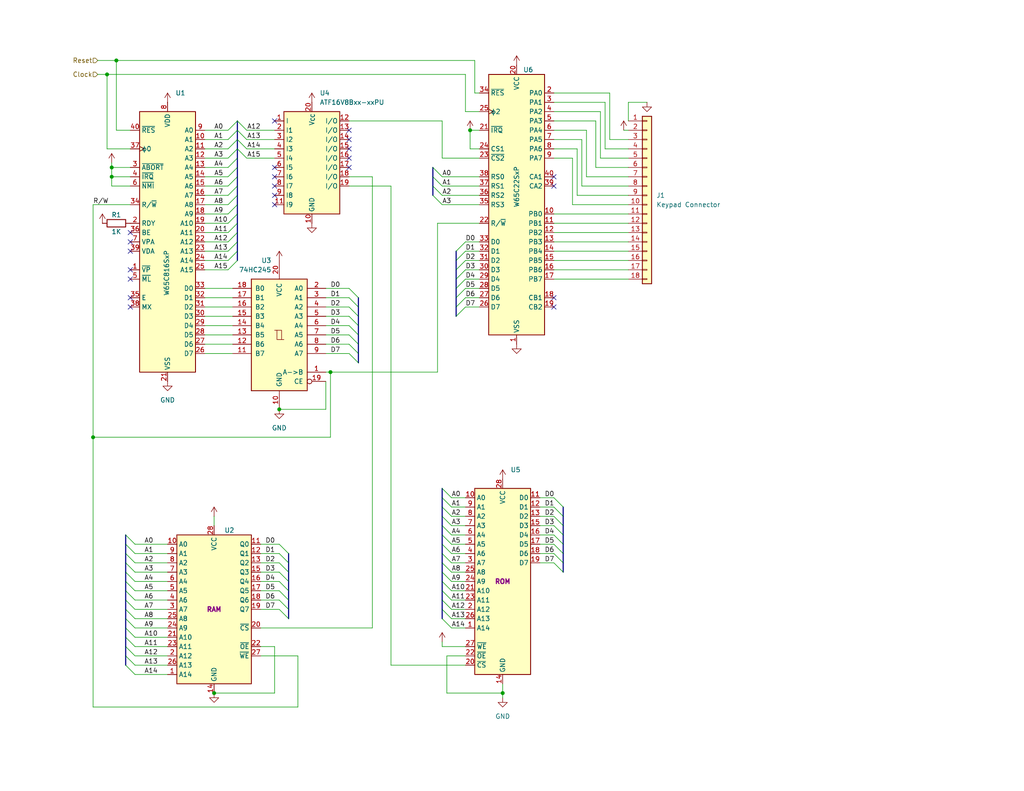
<source format=kicad_sch>
(kicad_sch (version 20250114) (generator "eeschema") (generator_version "9.0")
  (paper "USLetter")
  (title_block (title "65C816 Computer") (date "2025-11-18") (rev "4") (comment 1 "IRQ support TBD") (comment 2 "Assume ~1MHz clock"))
  (lib_symbols
    (symbol "74xx:74HC245" (pin_names (offset 1.016))
      (property "Reference" "U" (at -7.62 16.51 0))
      (property "Value" "74HC245" (at -7.62 -16.51 0))
      (symbol "74HC245_1_0"
        (polyline (pts (xy -1.27 -1.27) (xy 0.635 -1.27) (xy 0.635 1.27) (xy 1.27 1.27)))
        (polyline (pts (xy -0.635 -1.27) (xy -0.635 1.27) (xy 0.635 1.27)))
        (pin tri_state line (at -12.7 12.7 0) (length 5.08) (name "A0") (number "2"))
        (pin tri_state line (at -12.7 10.16 0) (length 5.08) (name "A1") (number "3"))
        (pin tri_state line (at -12.7 7.62 0) (length 5.08) (name "A2") (number "4"))
        (pin tri_state line (at -12.7 5.08 0) (length 5.08) (name "A3") (number "5"))
        (pin tri_state line (at -12.7 2.54 0) (length 5.08) (name "A4") (number "6"))
        (pin tri_state line (at -12.7 0 0) (length 5.08) (name "A5") (number "7"))
        (pin tri_state line (at -12.7 -2.54 0) (length 5.08) (name "A6") (number "8"))
        (pin tri_state line (at -12.7 -5.08 0) (length 5.08) (name "A7") (number "9"))
        (pin input line (at -12.7 -10.16 0) (length 5.08) (name "A->B") (number "1"))
        (pin input inverted (at -12.7 -12.7 0) (length 5.08) (name "CE") (number "19"))
        (pin power_in line (at 0 20.32 270) (length 5.08) (name "VCC") (number "20"))
        (pin power_in line (at 0 -20.32 90) (length 5.08) (name "GND") (number "10"))
        (pin tri_state line (at 12.7 12.7 180) (length 5.08) (name "B0") (number "18"))
        (pin tri_state line (at 12.7 10.16 180) (length 5.08) (name "B1") (number "17"))
        (pin tri_state line (at 12.7 7.62 180) (length 5.08) (name "B2") (number "16"))
        (pin tri_state line (at 12.7 5.08 180) (length 5.08) (name "B3") (number "15"))
        (pin tri_state line (at 12.7 2.54 180) (length 5.08) (name "B4") (number "14"))
        (pin tri_state line (at 12.7 0 180) (length 5.08) (name "B5") (number "13"))
        (pin tri_state line (at 12.7 -2.54 180) (length 5.08) (name "B6") (number "12"))
        (pin tri_state line (at 12.7 -5.08 180) (length 5.08) (name "B7") (number "11"))
      )
      (symbol "74HC245_1_1"
        (rectangle (start -7.62 15.24) (end 7.62 -15.24) (stroke (width 0.254)) (fill (type background)))
      )
    )
    (symbol "Connector_Generic:Conn_01x18" (pin_names (offset 1.016) (hide yes))
      (property "Reference" "J" (at 0 22.86 0))
      (property "Value" "Conn_01x18" (at 0 -25.4 0))
      (symbol "Conn_01x18_1_1"
        (rectangle (start -1.27 21.59) (end 1.27 -24.13) (stroke (width 0.254)) (fill (type background)))
        (rectangle (start -1.27 20.447) (end 0 20.193) (stroke (width 0.1524)))
        (rectangle (start -1.27 17.907) (end 0 17.653) (stroke (width 0.1524)))
        (rectangle (start -1.27 15.367) (end 0 15.113) (stroke (width 0.1524)))
        (rectangle (start -1.27 12.827) (end 0 12.573) (stroke (width 0.1524)))
        (rectangle (start -1.27 10.287) (end 0 10.033) (stroke (width 0.1524)))
        (rectangle (start -1.27 7.747) (end 0 7.493) (stroke (width 0.1524)))
        (rectangle (start -1.27 5.207) (end 0 4.953) (stroke (width 0.1524)))
        (rectangle (start -1.27 2.667) (end 0 2.413) (stroke (width 0.1524)))
        (rectangle (start -1.27 0.127) (end 0 -0.127) (stroke (width 0.1524)))
        (rectangle (start -1.27 -2.413) (end 0 -2.667) (stroke (width 0.1524)))
        (rectangle (start -1.27 -4.953) (end 0 -5.207) (stroke (width 0.1524)))
        (rectangle (start -1.27 -7.493) (end 0 -7.747) (stroke (width 0.1524)))
        (rectangle (start -1.27 -10.033) (end 0 -10.287) (stroke (width 0.1524)))
        (rectangle (start -1.27 -12.573) (end 0 -12.827) (stroke (width 0.1524)))
        (rectangle (start -1.27 -15.113) (end 0 -15.367) (stroke (width 0.1524)))
        (rectangle (start -1.27 -17.653) (end 0 -17.907) (stroke (width 0.1524)))
        (rectangle (start -1.27 -20.193) (end 0 -20.447) (stroke (width 0.1524)))
        (rectangle (start -1.27 -22.733) (end 0 -22.987) (stroke (width 0.1524)))
        (pin passive line (at -5.08 20.32 0) (length 3.81) (name "Pin_1") (number "1"))
        (pin passive line (at -5.08 17.78 0) (length 3.81) (name "Pin_2") (number "2"))
        (pin passive line (at -5.08 15.24 0) (length 3.81) (name "Pin_3") (number "3"))
        (pin passive line (at -5.08 12.7 0) (length 3.81) (name "Pin_4") (number "4"))
        (pin passive line (at -5.08 10.16 0) (length 3.81) (name "Pin_5") (number "5"))
        (pin passive line (at -5.08 7.62 0) (length 3.81) (name "Pin_6") (number "6"))
        (pin passive line (at -5.08 5.08 0) (length 3.81) (name "Pin_7") (number "7"))
        (pin passive line (at -5.08 2.54 0) (length 3.81) (name "Pin_8") (number "8"))
        (pin passive line (at -5.08 0 0) (length 3.81) (name "Pin_9") (number "9"))
        (pin passive line (at -5.08 -2.54 0) (length 3.81) (name "Pin_10") (number "10"))
        (pin passive line (at -5.08 -5.08 0) (length 3.81) (name "Pin_11") (number "11"))
        (pin passive line (at -5.08 -7.62 0) (length 3.81) (name "Pin_12") (number "12"))
        (pin passive line (at -5.08 -10.16 0) (length 3.81) (name "Pin_13") (number "13"))
        (pin passive line (at -5.08 -12.7 0) (length 3.81) (name "Pin_14") (number "14"))
        (pin passive line (at -5.08 -15.24 0) (length 3.81) (name "Pin_15") (number "15"))
        (pin passive line (at -5.08 -17.78 0) (length 3.81) (name "Pin_16") (number "16"))
        (pin passive line (at -5.08 -20.32 0) (length 3.81) (name "Pin_17") (number "17"))
        (pin passive line (at -5.08 -22.86 0) (length 3.81) (name "Pin_18") (number "18"))
      )
    )
    (symbol "Device:R" (pin_numbers (hide yes)) (pin_names (offset 0))
      (property "Reference" "R" (at 2.032 0 90))
      (property "Value" "R" (at 0 0 90))
      (symbol "R_0_1"
        (rectangle (start -1.016 -2.54) (end 1.016 2.54) (stroke (width 0.254)))
      )
      (symbol "R_1_1"
        (pin passive line (at 0 3.81 270) (length 1.27) (name "~") (number "1"))
        (pin passive line (at 0 -3.81 90) (length 1.27) (name "~") (number "2"))
      )
    )
    (symbol "Logic_Programmable:ATF16V8Bxx-xxPU"
      (property "Reference" "U" (at -7.366 16.764 0))
      (property "Value" "ATF16V8Bxx-xxPU" (at 1.27 16.764 0))
      (symbol "ATF16V8Bxx-xxPU_0_0"
        (pin power_in line (at 0 -15.24 90) (length 2.54) (name "GND") (number "10"))
      )
      (symbol "ATF16V8Bxx-xxPU_0_1"
        (rectangle (start -7.62 15.24) (end 7.62 -12.7) (stroke (width 0.254)) (fill (type background)))
      )
      (symbol "ATF16V8Bxx-xxPU_1_0"
        (pin power_in line (at 0 17.78 270) (length 2.54) (name "V_{CC}") (number "20"))
      )
      (symbol "ATF16V8Bxx-xxPU_1_1"
        (pin input line (at -10.16 12.7 0) (length 2.54) (name "I") (number "1"))
        (pin input line (at -10.16 10.16 0) (length 2.54) (name "I1") (number "2"))
        (pin input line (at -10.16 7.62 0) (length 2.54) (name "I2") (number "3"))
        (pin input line (at -10.16 5.08 0) (length 2.54) (name "I3") (number "4"))
        (pin input line (at -10.16 2.54 0) (length 2.54) (name "I4") (number "5"))
        (pin input line (at -10.16 0 0) (length 2.54) (name "I5") (number "6"))
        (pin input line (at -10.16 -2.54 0) (length 2.54) (name "I6") (number "7"))
        (pin input line (at -10.16 -5.08 0) (length 2.54) (name "I7") (number "8"))
        (pin input line (at -10.16 -7.62 0) (length 2.54) (name "I8") (number "9"))
        (pin input line (at -10.16 -10.16 0) (length 2.54) (name "I9") (number "11"))
        (pin bidirectional line (at 10.16 12.7 180) (length 2.54) (name "I/O") (number "12"))
        (pin bidirectional line (at 10.16 10.16 180) (length 2.54) (name "I/O") (number "13"))
        (pin bidirectional line (at 10.16 7.62 180) (length 2.54) (name "I/O") (number "14"))
        (pin bidirectional line (at 10.16 5.08 180) (length 2.54) (name "I/O") (number "15"))
        (pin bidirectional line (at 10.16 2.54 180) (length 2.54) (name "I/O") (number "16"))
        (pin bidirectional line (at 10.16 0 180) (length 2.54) (name "I/O") (number "17"))
        (pin bidirectional line (at 10.16 -2.54 180) (length 2.54) (name "I/O") (number "18"))
        (pin bidirectional line (at 10.16 -5.08 180) (length 2.54) (name "I/O") (number "19"))
      )
    )
    (symbol "Memory_EEPROM:28C256"
      (property "Reference" "U" (at -7.62 26.67 0))
      (property "Value" "28C256" (at 2.54 -26.67 0))
      (symbol "28C256_1_1"
        (rectangle (start -7.62 25.4) (end 7.62 -25.4) (stroke (width 0.254)) (fill (type background)))
        (pin input line (at -10.16 22.86 0) (length 2.54) (name "A0") (number "10"))
        (pin input line (at -10.16 20.32 0) (length 2.54) (name "A1") (number "9"))
        (pin input line (at -10.16 17.78 0) (length 2.54) (name "A2") (number "8"))
        (pin input line (at -10.16 15.24 0) (length 2.54) (name "A3") (number "7"))
        (pin input line (at -10.16 12.7 0) (length 2.54) (name "A4") (number "6"))
        (pin input line (at -10.16 10.16 0) (length 2.54) (name "A5") (number "5"))
        (pin input line (at -10.16 7.62 0) (length 2.54) (name "A6") (number "4"))
        (pin input line (at -10.16 5.08 0) (length 2.54) (name "A7") (number "3"))
        (pin input line (at -10.16 2.54 0) (length 2.54) (name "A8") (number "25"))
        (pin input line (at -10.16 0 0) (length 2.54) (name "A9") (number "24"))
        (pin input line (at -10.16 -2.54 0) (length 2.54) (name "A10") (number "21"))
        (pin input line (at -10.16 -5.08 0) (length 2.54) (name "A11") (number "23"))
        (pin input line (at -10.16 -7.62 0) (length 2.54) (name "A12") (number "2"))
        (pin input line (at -10.16 -10.16 0) (length 2.54) (name "A13") (number "26"))
        (pin input line (at -10.16 -12.7 0) (length 2.54) (name "A14") (number "1"))
        (pin input line (at -10.16 -17.78 0) (length 2.54) (name "~{WE}") (number "27"))
        (pin input line (at -10.16 -20.32 0) (length 2.54) (name "~{OE}") (number "22"))
        (pin input line (at -10.16 -22.86 0) (length 2.54) (name "~{CS}") (number "20"))
        (pin power_in line (at 0 27.94 270) (length 2.54) (name "VCC") (number "28"))
        (pin power_in line (at 0 -27.94 90) (length 2.54) (name "GND") (number "14"))
        (pin tri_state line (at 10.16 22.86 180) (length 2.54) (name "D0") (number "11"))
        (pin tri_state line (at 10.16 20.32 180) (length 2.54) (name "D1") (number "12"))
        (pin tri_state line (at 10.16 17.78 180) (length 2.54) (name "D2") (number "13"))
        (pin tri_state line (at 10.16 15.24 180) (length 2.54) (name "D3") (number "15"))
        (pin tri_state line (at 10.16 12.7 180) (length 2.54) (name "D4") (number "16"))
        (pin tri_state line (at 10.16 10.16 180) (length 2.54) (name "D5") (number "17"))
        (pin tri_state line (at 10.16 7.62 180) (length 2.54) (name "D6") (number "18"))
        (pin tri_state line (at 10.16 5.08 180) (length 2.54) (name "D7") (number "19"))
      )
    )
    (symbol "Memory_RAM:HM62256BLP"
      (property "Reference" "U" (at -10.16 20.955 0))
      (property "Value" "HM62256BLP" (at 2.54 20.955 0))
      (symbol "HM62256BLP_0_0"
        (pin power_in line (at 0 22.86 270) (length 2.54) (name "VCC") (number "28"))
        (pin power_in line (at 0 -22.86 90) (length 2.54) (name "GND") (number "14"))
      )
      (symbol "HM62256BLP_0_1"
        (rectangle (start -10.16 20.32) (end 10.16 -20.32) (stroke (width 0.254)) (fill (type background)))
      )
      (symbol "HM62256BLP_1_1"
        (pin input line (at -12.7 17.78 0) (length 2.54) (name "A0") (number "10"))
        (pin input line (at -12.7 15.24 0) (length 2.54) (name "A1") (number "9"))
        (pin input line (at -12.7 12.7 0) (length 2.54) (name "A2") (number "8"))
        (pin input line (at -12.7 10.16 0) (length 2.54) (name "A3") (number "7"))
        (pin input line (at -12.7 7.62 0) (length 2.54) (name "A4") (number "6"))
        (pin input line (at -12.7 5.08 0) (length 2.54) (name "A5") (number "5"))
        (pin input line (at -12.7 2.54 0) (length 2.54) (name "A6") (number "4"))
        (pin input line (at -12.7 0 0) (length 2.54) (name "A7") (number "3"))
        (pin input line (at -12.7 -2.54 0) (length 2.54) (name "A8") (number "25"))
        (pin input line (at -12.7 -5.08 0) (length 2.54) (name "A9") (number "24"))
        (pin input line (at -12.7 -7.62 0) (length 2.54) (name "A10") (number "21"))
        (pin input line (at -12.7 -10.16 0) (length 2.54) (name "A11") (number "23"))
        (pin input line (at -12.7 -12.7 0) (length 2.54) (name "A12") (number "2"))
        (pin input line (at -12.7 -15.24 0) (length 2.54) (name "A13") (number "26"))
        (pin input line (at -12.7 -17.78 0) (length 2.54) (name "A14") (number "1"))
        (pin tri_state line (at 12.7 17.78 180) (length 2.54) (name "Q0") (number "11"))
        (pin tri_state line (at 12.7 15.24 180) (length 2.54) (name "Q1") (number "12"))
        (pin tri_state line (at 12.7 12.7 180) (length 2.54) (name "Q2") (number "13"))
        (pin tri_state line (at 12.7 10.16 180) (length 2.54) (name "Q3") (number "15"))
        (pin tri_state line (at 12.7 7.62 180) (length 2.54) (name "Q4") (number "16"))
        (pin tri_state line (at 12.7 5.08 180) (length 2.54) (name "Q5") (number "17"))
        (pin tri_state line (at 12.7 2.54 180) (length 2.54) (name "Q6") (number "18"))
        (pin tri_state line (at 12.7 0 180) (length 2.54) (name "Q7") (number "19"))
        (pin input line (at 12.7 -5.08 180) (length 2.54) (name "~{CS}") (number "20"))
        (pin input line (at 12.7 -10.16 180) (length 2.54) (name "~{OE}") (number "22"))
        (pin input line (at 12.7 -12.7 180) (length 2.54) (name "~{WE}") (number "27"))
      )
    )
    (symbol "PCM_65xx-library:W65C22SxP"
      (property "Reference" "U" (at 2.54 40.64 0))
      (property "Value" "W65C22SxP" (at 2.54 38.1 0))
      (symbol "W65C22SxP_0_1"
        (rectangle (start -7.62 35.56) (end 7.62 -35.56) (stroke (width 0.254)) (fill (type background)))
      )
      (symbol "W65C22SxP_1_1"
        (pin input line (at -10.16 30.48 0) (length 2.54) (name "~{RES}") (number "34"))
        (pin input clock (at -10.16 25.4 0) (length 2.54) (name "ϕ2") (number "25"))
        (pin output line (at -10.16 20.32 0) (length 2.54) (name "~{IRQ}") (number "21"))
        (pin input line (at -10.16 15.24 0) (length 2.54) (name "CS1") (number "24"))
        (pin input line (at -10.16 12.7 0) (length 2.54) (name "~{CS2}") (number "23"))
        (pin input line (at -10.16 7.62 0) (length 2.54) (name "RS0") (number "38"))
        (pin input line (at -10.16 5.08 0) (length 2.54) (name "RS1") (number "37"))
        (pin input line (at -10.16 2.54 0) (length 2.54) (name "RS2") (number "36"))
        (pin input line (at -10.16 0 0) (length 2.54) (name "RS3") (number "35"))
        (pin input line (at -10.16 -5.08 0) (length 2.54) (name "R/~{W}") (number "22"))
        (pin bidirectional line (at -10.16 -10.16 0) (length 2.54) (name "D0") (number "33"))
        (pin bidirectional line (at -10.16 -12.7 0) (length 2.54) (name "D1") (number "32"))
        (pin bidirectional line (at -10.16 -15.24 0) (length 2.54) (name "D2") (number "31"))
        (pin bidirectional line (at -10.16 -17.78 0) (length 2.54) (name "D3") (number "30"))
        (pin bidirectional line (at -10.16 -20.32 0) (length 2.54) (name "D4") (number "29"))
        (pin bidirectional line (at -10.16 -22.86 0) (length 2.54) (name "D5") (number "28"))
        (pin bidirectional line (at -10.16 -25.4 0) (length 2.54) (name "D6") (number "27"))
        (pin bidirectional line (at -10.16 -27.94 0) (length 2.54) (name "D7") (number "26"))
        (pin power_in line (at 0 38.1 270) (length 2.54) (name "VCC") (number "20"))
        (pin power_in line (at 0 -38.1 90) (length 2.54) (name "VSS") (number "1"))
        (pin bidirectional line (at 10.16 30.48 180) (length 2.54) (name "PA0") (number "2"))
        (pin bidirectional line (at 10.16 27.94 180) (length 2.54) (name "PA1") (number "3"))
        (pin bidirectional line (at 10.16 25.4 180) (length 2.54) (name "PA2") (number "4"))
        (pin bidirectional line (at 10.16 22.86 180) (length 2.54) (name "PA3") (number "5"))
        (pin bidirectional line (at 10.16 20.32 180) (length 2.54) (name "PA4") (number "6"))
        (pin bidirectional line (at 10.16 17.78 180) (length 2.54) (name "PA5") (number "7"))
        (pin bidirectional line (at 10.16 15.24 180) (length 2.54) (name "PA6") (number "8"))
        (pin bidirectional line (at 10.16 12.7 180) (length 2.54) (name "PA7") (number "9"))
        (pin input line (at 10.16 7.62 180) (length 2.54) (name "CA1") (number "40"))
        (pin bidirectional line (at 10.16 5.08 180) (length 2.54) (name "CA2") (number "39"))
        (pin bidirectional line (at 10.16 -2.54 180) (length 2.54) (name "PB0") (number "10"))
        (pin bidirectional line (at 10.16 -5.08 180) (length 2.54) (name "PB1") (number "11"))
        (pin bidirectional line (at 10.16 -7.62 180) (length 2.54) (name "PB2") (number "12"))
        (pin bidirectional line (at 10.16 -10.16 180) (length 2.54) (name "PB3") (number "13"))
        (pin bidirectional line (at 10.16 -12.7 180) (length 2.54) (name "PB4") (number "14"))
        (pin bidirectional line (at 10.16 -15.24 180) (length 2.54) (name "PB5") (number "15"))
        (pin bidirectional line (at 10.16 -17.78 180) (length 2.54) (name "PB6") (number "16"))
        (pin bidirectional line (at 10.16 -20.32 180) (length 2.54) (name "PB7") (number "17"))
        (pin input line (at 10.16 -25.4 180) (length 2.54) (name "CB1") (number "18"))
        (pin bidirectional line (at 10.16 -27.94 180) (length 2.54) (name "CB2") (number "19"))
      )
    )
    (symbol "PCM_65xx-library:W65C816SxP"
      (property "Reference" "U" (at 2.54 40.64 0))
      (property "Value" "W65C816SxP" (at 2.54 38.1 0))
      (symbol "W65C816SxP_0_1"
        (rectangle (start -7.62 35.56) (end 7.62 -35.56) (stroke (width 0.254)) (fill (type background)))
      )
      (symbol "W65C816SxP_1_1"
        (pin input line (at -10.16 30.48 0) (length 2.54) (name "~{RES}") (number "40"))
        (pin input clock (at -10.16 25.4 0) (length 2.54) (name "ϕ0") (number "37"))
        (pin input line (at -10.16 20.32 0) (length 2.54) (name "~{ABORT}") (number "3"))
        (pin input line (at -10.16 17.78 0) (length 2.54) (name "~{IRQ}") (number "4"))
        (pin input line (at -10.16 15.24 0) (length 2.54) (name "~{NMI}") (number "6"))
        (pin tri_state line (at -10.16 10.16 0) (length 2.54) (name "R/~{W}") (number "34"))
        (pin open_collector line (at -10.16 5.08 0) (length 2.54) (name "RDY") (number "2"))
        (pin input line (at -10.16 2.54 0) (length 2.54) (name "BE") (number "36"))
        (pin output line (at -10.16 0 0) (length 2.54) (name "VPA") (number "7"))
        (pin output line (at -10.16 -2.54 0) (length 2.54) (name "VDA") (number "39"))
        (pin output line (at -10.16 -7.62 0) (length 2.54) (name "~{VP}") (number "1"))
        (pin output line (at -10.16 -10.16 0) (length 2.54) (name "~{ML}") (number "5"))
        (pin output line (at -10.16 -15.24 0) (length 2.54) (name "E") (number "35"))
        (pin output line (at -10.16 -17.78 0) (length 2.54) (name "MX") (number "38"))
        (pin power_in line (at 0 38.1 270) (length 2.54) (name "VDD") (number "8"))
        (pin power_in line (at 0 -38.1 90) (length 2.54) (name "VSS") (number "21"))
        (pin tri_state line (at 10.16 30.48 180) (length 2.54) (name "A0") (number "9"))
        (pin tri_state line (at 10.16 27.94 180) (length 2.54) (name "A1") (number "10"))
        (pin tri_state line (at 10.16 25.4 180) (length 2.54) (name "A2") (number "11"))
        (pin tri_state line (at 10.16 22.86 180) (length 2.54) (name "A3") (number "12"))
        (pin tri_state line (at 10.16 20.32 180) (length 2.54) (name "A4") (number "13"))
        (pin tri_state line (at 10.16 17.78 180) (length 2.54) (name "A5") (number "14"))
        (pin tri_state line (at 10.16 15.24 180) (length 2.54) (name "A6") (number "15"))
        (pin tri_state line (at 10.16 12.7 180) (length 2.54) (name "A7") (number "16"))
        (pin tri_state line (at 10.16 10.16 180) (length 2.54) (name "A8") (number "17"))
        (pin tri_state line (at 10.16 7.62 180) (length 2.54) (name "A9") (number "18"))
        (pin tri_state line (at 10.16 5.08 180) (length 2.54) (name "A10") (number "19"))
        (pin tri_state line (at 10.16 2.54 180) (length 2.54) (name "A11") (number "20"))
        (pin tri_state line (at 10.16 0 180) (length 2.54) (name "A12") (number "22"))
        (pin tri_state line (at 10.16 -2.54 180) (length 2.54) (name "A13") (number "23"))
        (pin tri_state line (at 10.16 -5.08 180) (length 2.54) (name "A14") (number "24"))
        (pin tri_state line (at 10.16 -7.62 180) (length 2.54) (name "A15") (number "25"))
        (pin bidirectional line (at 10.16 -12.7 180) (length 2.54) (name "D0") (number "33"))
        (pin bidirectional line (at 10.16 -15.24 180) (length 2.54) (name "D1") (number "32"))
        (pin bidirectional line (at 10.16 -17.78 180) (length 2.54) (name "D2") (number "31"))
        (pin bidirectional line (at 10.16 -20.32 180) (length 2.54) (name "D3") (number "30"))
        (pin bidirectional line (at 10.16 -22.86 180) (length 2.54) (name "D4") (number "29"))
        (pin bidirectional line (at 10.16 -25.4 180) (length 2.54) (name "D5") (number "28"))
        (pin bidirectional line (at 10.16 -27.94 180) (length 2.54) (name "D6") (number "27"))
        (pin bidirectional line (at 10.16 -30.48 180) (length 2.54) (name "D7") (number "26"))
      )
    )
    (symbol "power:+5V" (power) (pin_numbers (hide yes)) (pin_names (offset 0) (hide yes))
      (property "Value" "+5V" (at 0 3.556 0))
      (symbol "+5V_0_1"
        (polyline (pts (xy -0.762 1.27) (xy 0 2.54)))
        (polyline (pts (xy 0 2.54) (xy 0.762 1.27)))
        (polyline (pts (xy 0 0) (xy 0 2.54)))
      )
      (symbol "+5V_1_1"
        (pin power_in line (at 0 0 90) (length 0) (name "~") (number "1"))
      )
    )
    (symbol "power:GND" (power) (pin_numbers (hide yes)) (pin_names (offset 0) (hide yes))
      (property "Value" "GND" (at 0 -3.81 0))
      (symbol "GND_0_1"
        (polyline (pts (xy 0 0) (xy 0 -1.27) (xy 1.27 -1.27) (xy 0 -2.54) (xy -1.27 -1.27) (xy 0 -1.27)))
      )
      (symbol "GND_1_1"
        (pin power_in line (at 0 0 270) (length 0) (name "~") (number "1"))
      )
    )
  )
  (junction (at 128.27 35.56))
  (junction (at 137.16 189.23))
  (junction (at 90.17 101.6))
  (junction (at 30.48 48.26))
  (junction (at 58.42 189.23))
  (junction (at 76.2 111.76))
  (junction (at 30.48 45.72))
  (junction (at 25.4 119.38))
  (junction (at 31.75 16.51))
  (junction (at 29.21 20.32))
  (no_connect (at 35.56 73.66))
  (no_connect (at 95.25 35.56))
  (no_connect (at 74.93 45.72))
  (no_connect (at 95.25 40.64))
  (no_connect (at 35.56 76.2))
  (no_connect (at 151.13 50.8))
  (no_connect (at 95.25 43.18))
  (no_connect (at 74.93 33.02))
  (no_connect (at 35.56 63.5))
  (no_connect (at 74.93 55.88))
  (no_connect (at 35.56 81.28))
  (no_connect (at 95.25 45.72))
  (no_connect (at 151.13 83.82))
  (no_connect (at 74.93 53.34))
  (no_connect (at 151.13 48.26))
  (no_connect (at 35.56 83.82))
  (no_connect (at 151.13 81.28))
  (no_connect (at 74.93 48.26))
  (no_connect (at 74.93 50.8))
  (no_connect (at 35.56 66.04))
  (no_connect (at 35.56 68.58))
  (no_connect (at 95.25 38.1))
  (bus_entry (at 127 76.2) (size -2.54 2.54))
  (bus_entry (at 78.74 156.21) (size -2.54 -2.54))
  (bus_entry (at 120.65 148.59) (size 2.54 2.54))
  (bus_entry (at 78.74 151.13) (size -2.54 -2.54))
  (bus_entry (at 62.23 58.42) (size 2.54 -2.54))
  (bus_entry (at 34.29 166.37) (size 2.54 2.54))
  (bus_entry (at 78.74 161.29) (size -2.54 -2.54))
  (bus_entry (at 127 71.12) (size -2.54 2.54))
  (bus_entry (at 67.31 35.56) (size -2.54 -2.54))
  (bus_entry (at 95.25 86.36) (size 2.54 2.54))
  (bus_entry (at 67.31 43.18) (size -2.54 -2.54))
  (bus_entry (at 78.74 166.37) (size -2.54 -2.54))
  (bus_entry (at 62.23 60.96) (size 2.54 -2.54))
  (bus_entry (at 118.11 48.26) (size 2.54 2.54))
  (bus_entry (at 34.29 146.05) (size 2.54 2.54))
  (bus_entry (at 120.65 143.51) (size 2.54 2.54))
  (bus_entry (at 118.11 53.34) (size 2.54 2.54))
  (bus_entry (at 127 73.66) (size -2.54 2.54))
  (bus_entry (at 78.74 153.67) (size -2.54 -2.54))
  (bus_entry (at 95.25 88.9) (size 2.54 2.54))
  (bus_entry (at 95.25 81.28) (size 2.54 2.54))
  (bus_entry (at 120.65 151.13) (size 2.54 2.54))
  (bus_entry (at 120.65 133.35) (size 2.54 2.54))
  (bus_entry (at 62.23 73.66) (size 2.54 -2.54))
  (bus_entry (at 120.65 163.83) (size 2.54 2.54))
  (bus_entry (at 95.25 93.98) (size 2.54 2.54))
  (bus_entry (at 153.67 156.21) (size -2.54 -2.54))
  (bus_entry (at 153.67 140.97) (size -2.54 -2.54))
  (bus_entry (at 95.25 78.74) (size 2.54 2.54))
  (bus_entry (at 34.29 173.99) (size 2.54 2.54))
  (bus_entry (at 127 83.82) (size -2.54 2.54))
  (bus_entry (at 34.29 153.67) (size 2.54 2.54))
  (bus_entry (at 127 81.28) (size -2.54 2.54))
  (bus_entry (at 62.23 63.5) (size 2.54 -2.54))
  (bus_entry (at 62.23 43.18) (size 2.54 -2.54))
  (bus_entry (at 34.29 163.83) (size 2.54 2.54))
  (bus_entry (at 34.29 171.45) (size 2.54 2.54))
  (bus_entry (at 120.65 161.29) (size 2.54 2.54))
  (bus_entry (at 120.65 156.21) (size 2.54 2.54))
  (bus_entry (at 34.29 176.53) (size 2.54 2.54))
  (bus_entry (at 153.67 153.67) (size -2.54 -2.54))
  (bus_entry (at 62.23 48.26) (size 2.54 -2.54))
  (bus_entry (at 62.23 68.58) (size 2.54 -2.54))
  (bus_entry (at 120.65 158.75) (size 2.54 2.54))
  (bus_entry (at 120.65 135.89) (size 2.54 2.54))
  (bus_entry (at 95.25 83.82) (size 2.54 2.54))
  (bus_entry (at 153.67 138.43) (size -2.54 -2.54))
  (bus_entry (at 34.29 158.75) (size 2.54 2.54))
  (bus_entry (at 67.31 40.64) (size -2.54 -2.54))
  (bus_entry (at 34.29 168.91) (size 2.54 2.54))
  (bus_entry (at 127 66.04) (size -2.54 2.54))
  (bus_entry (at 153.67 148.59) (size -2.54 -2.54))
  (bus_entry (at 78.74 158.75) (size -2.54 -2.54))
  (bus_entry (at 120.65 153.67) (size 2.54 2.54))
  (bus_entry (at 62.23 40.64) (size 2.54 -2.54))
  (bus_entry (at 62.23 55.88) (size 2.54 -2.54))
  (bus_entry (at 120.65 146.05) (size 2.54 2.54))
  (bus_entry (at 120.65 138.43) (size 2.54 2.54))
  (bus_entry (at 34.29 181.61) (size 2.54 2.54))
  (bus_entry (at 34.29 148.59) (size 2.54 2.54))
  (bus_entry (at 120.65 166.37) (size 2.54 2.54))
  (bus_entry (at 67.31 38.1) (size -2.54 -2.54))
  (bus_entry (at 62.23 50.8) (size 2.54 -2.54))
  (bus_entry (at 127 68.58) (size -2.54 2.54))
  (bus_entry (at 95.25 96.52) (size 2.54 2.54))
  (bus_entry (at 118.11 45.72) (size 2.54 2.54))
  (bus_entry (at 127 78.74) (size -2.54 2.54))
  (bus_entry (at 120.65 168.91) (size 2.54 2.54))
  (bus_entry (at 78.74 168.91) (size -2.54 -2.54))
  (bus_entry (at 78.74 163.83) (size -2.54 -2.54))
  (bus_entry (at 62.23 35.56) (size 2.54 -2.54))
  (bus_entry (at 118.11 50.8) (size 2.54 2.54))
  (bus_entry (at 120.65 140.97) (size 2.54 2.54))
  (bus_entry (at 95.25 91.44) (size 2.54 2.54))
  (bus_entry (at 34.29 161.29) (size 2.54 2.54))
  (bus_entry (at 34.29 156.21) (size 2.54 2.54))
  (bus_entry (at 34.29 179.07) (size 2.54 2.54))
  (bus_entry (at 34.29 151.13) (size 2.54 2.54))
  (bus_entry (at 153.67 151.13) (size -2.54 -2.54))
  (bus_entry (at 62.23 45.72) (size 2.54 -2.54))
  (bus_entry (at 62.23 38.1) (size 2.54 -2.54))
  (bus_entry (at 62.23 66.04) (size 2.54 -2.54))
  (bus_entry (at 62.23 71.12) (size 2.54 -2.54))
  (bus_entry (at 153.67 143.51) (size -2.54 -2.54))
  (bus_entry (at 153.67 146.05) (size -2.54 -2.54))
  (bus_entry (at 62.23 53.34) (size 2.54 -2.54))
  (bus (pts (xy 153.67 148.59) (xy 153.67 151.13)))
  (bus (pts (xy 124.46 68.58) (xy 124.46 71.12)))
  (bus (pts (xy 97.79 88.9) (xy 97.79 91.44)))
  (wire (pts (xy 88.9 83.82) (xy 95.25 83.82)))
  (wire (pts (xy 88.9 91.44) (xy 95.25 91.44)))
  (bus (pts (xy 120.65 163.83) (xy 120.65 166.37)))
  (bus (pts (xy 64.77 58.42) (xy 64.77 55.88)))
  (wire (pts (xy 26.67 20.32) (xy 29.21 20.32)))
  (wire (pts (xy 67.31 35.56) (xy 74.93 35.56)))
  (wire (pts (xy 165.1 40.64) (xy 165.1 27.94)))
  (wire (pts (xy 171.45 43.18) (xy 163.83 43.18)))
  (wire (pts (xy 151.13 68.58) (xy 171.45 68.58)))
  (wire (pts (xy 127 83.82) (xy 130.81 83.82)))
  (wire (pts (xy 162.56 33.02) (xy 151.13 33.02)))
  (wire (pts (xy 151.13 63.5) (xy 171.45 63.5)))
  (bus (pts (xy 34.29 163.83) (xy 34.29 161.29)))
  (wire (pts (xy 35.56 50.8) (xy 30.48 50.8)))
  (bus (pts (xy 124.46 78.74) (xy 124.46 81.28)))
  (bus (pts (xy 34.29 158.75) (xy 34.29 156.21)))
  (wire (pts (xy 36.83 153.67) (xy 45.72 153.67)))
  (bus (pts (xy 97.79 91.44) (xy 97.79 93.98)))
  (bus (pts (xy 34.29 153.67) (xy 34.29 151.13)))
  (wire (pts (xy 36.83 151.13) (xy 45.72 151.13)))
  (wire (pts (xy 88.9 93.98) (xy 95.25 93.98)))
  (wire (pts (xy 171.45 50.8) (xy 158.75 50.8)))
  (wire (pts (xy 58.42 143.51) (xy 58.42 140.97)))
  (bus (pts (xy 78.74 166.37) (xy 78.74 168.91)))
  (wire (pts (xy 120.65 50.8) (xy 130.81 50.8)))
  (bus (pts (xy 124.46 81.28) (xy 124.46 83.82)))
  (wire (pts (xy 55.88 50.8) (xy 62.23 50.8)))
  (bus (pts (xy 120.65 153.67) (xy 120.65 156.21)))
  (bus (pts (xy 120.65 151.13) (xy 120.65 153.67)))
  (wire (pts (xy 36.83 184.15) (xy 45.72 184.15)))
  (wire (pts (xy 71.12 148.59) (xy 76.2 148.59)))
  (wire (pts (xy 120.65 176.53) (xy 120.65 175.26)))
  (wire (pts (xy 55.88 88.9) (xy 63.5 88.9)))
  (wire (pts (xy 95.25 48.26) (xy 101.6 48.26)))
  (wire (pts (xy 163.83 43.18) (xy 163.83 30.48)))
  (bus (pts (xy 34.29 181.61) (xy 34.29 179.07)))
  (bus (pts (xy 124.46 71.12) (xy 124.46 73.66)))
  (bus (pts (xy 64.77 45.72) (xy 64.77 43.18)))
  (wire (pts (xy 25.4 119.38) (xy 25.4 193.04)))
  (bus (pts (xy 78.74 163.83) (xy 78.74 166.37)))
  (wire (pts (xy 120.65 43.18) (xy 130.81 43.18)))
  (bus (pts (xy 64.77 55.88) (xy 64.77 53.34)))
  (wire (pts (xy 123.19 153.67) (xy 127 153.67)))
  (bus (pts (xy 153.67 146.05) (xy 153.67 148.59)))
  (wire (pts (xy 127 179.07) (xy 121.92 179.07)))
  (wire (pts (xy 55.88 81.28) (xy 63.5 81.28)))
  (bus (pts (xy 97.79 86.36) (xy 97.79 88.9)))
  (wire (pts (xy 123.19 166.37) (xy 127 166.37)))
  (wire (pts (xy 128.27 35.56) (xy 128.27 40.64)))
  (bus (pts (xy 124.46 83.82) (xy 124.46 86.36)))
  (wire (pts (xy 95.25 33.02) (xy 120.65 33.02)))
  (wire (pts (xy 55.88 63.5) (xy 62.23 63.5)))
  (bus (pts (xy 34.29 166.37) (xy 34.29 163.83)))
  (wire (pts (xy 166.37 38.1) (xy 166.37 25.4)))
  (bus (pts (xy 124.46 73.66) (xy 124.46 76.2)))
  (wire (pts (xy 71.12 158.75) (xy 76.2 158.75)))
  (wire (pts (xy 137.16 189.23) (xy 137.16 186.69)))
  (bus (pts (xy 78.74 161.29) (xy 78.74 163.83)))
  (wire (pts (xy 36.83 179.07) (xy 45.72 179.07)))
  (wire (pts (xy 36.83 156.21) (xy 45.72 156.21)))
  (wire (pts (xy 147.32 148.59) (xy 151.13 148.59)))
  (bus (pts (xy 78.74 153.67) (xy 78.74 156.21)))
  (wire (pts (xy 120.65 53.34) (xy 130.81 53.34)))
  (wire (pts (xy 156.21 55.88) (xy 156.21 43.18)))
  (wire (pts (xy 29.21 20.32) (xy 29.21 40.64)))
  (wire (pts (xy 127 30.48) (xy 127 20.32)))
  (wire (pts (xy 35.56 45.72) (xy 30.48 45.72)))
  (bus (pts (xy 34.29 168.91) (xy 34.29 166.37)))
  (wire (pts (xy 71.12 171.45) (xy 101.6 171.45)))
  (wire (pts (xy 88.9 88.9) (xy 95.25 88.9)))
  (bus (pts (xy 153.67 153.67) (xy 153.67 156.21)))
  (wire (pts (xy 81.28 179.07) (xy 81.28 193.04)))
  (wire (pts (xy 127 73.66) (xy 130.81 73.66)))
  (wire (pts (xy 147.32 153.67) (xy 151.13 153.67)))
  (bus (pts (xy 118.11 48.26) (xy 118.11 45.72)))
  (wire (pts (xy 123.19 140.97) (xy 127 140.97)))
  (wire (pts (xy 55.88 86.36) (xy 63.5 86.36)))
  (bus (pts (xy 120.65 143.51) (xy 120.65 146.05)))
  (wire (pts (xy 123.19 156.21) (xy 127 156.21)))
  (wire (pts (xy 160.02 35.56) (xy 151.13 35.56)))
  (wire (pts (xy 123.19 151.13) (xy 127 151.13)))
  (wire (pts (xy 55.88 91.44) (xy 63.5 91.44)))
  (wire (pts (xy 55.88 71.12) (xy 62.23 71.12)))
  (wire (pts (xy 123.19 168.91) (xy 127 168.91)))
  (bus (pts (xy 34.29 151.13) (xy 34.29 148.59)))
  (wire (pts (xy 151.13 76.2) (xy 171.45 76.2)))
  (wire (pts (xy 121.92 189.23) (xy 137.16 189.23)))
  (wire (pts (xy 127 66.04) (xy 130.81 66.04)))
  (bus (pts (xy 153.67 140.97) (xy 153.67 143.51)))
  (wire (pts (xy 147.32 140.97) (xy 151.13 140.97)))
  (wire (pts (xy 25.4 119.38) (xy 90.17 119.38)))
  (bus (pts (xy 124.46 76.2) (xy 124.46 78.74)))
  (wire (pts (xy 55.88 60.96) (xy 62.23 60.96)))
  (wire (pts (xy 36.83 158.75) (xy 45.72 158.75)))
  (wire (pts (xy 147.32 143.51) (xy 151.13 143.51)))
  (bus (pts (xy 64.77 35.56) (xy 64.77 33.02)))
  (wire (pts (xy 90.17 119.38) (xy 90.17 101.6)))
  (bus (pts (xy 153.67 143.51) (xy 153.67 146.05)))
  (wire (pts (xy 171.45 53.34) (xy 157.48 53.34)))
  (wire (pts (xy 30.48 48.26) (xy 30.48 50.8)))
  (wire (pts (xy 71.12 161.29) (xy 76.2 161.29)))
  (wire (pts (xy 55.88 96.52) (xy 63.5 96.52)))
  (wire (pts (xy 147.32 138.43) (xy 151.13 138.43)))
  (bus (pts (xy 118.11 53.34) (xy 118.11 50.8)))
  (bus (pts (xy 34.29 161.29) (xy 34.29 158.75)))
  (wire (pts (xy 123.19 148.59) (xy 127 148.59)))
  (wire (pts (xy 123.19 138.43) (xy 127 138.43)))
  (wire (pts (xy 55.88 43.18) (xy 62.23 43.18)))
  (wire (pts (xy 170.18 35.56) (xy 171.45 35.56)))
  (wire (pts (xy 71.12 151.13) (xy 76.2 151.13)))
  (wire (pts (xy 120.65 48.26) (xy 130.81 48.26)))
  (wire (pts (xy 71.12 179.07) (xy 81.28 179.07)))
  (wire (pts (xy 36.83 166.37) (xy 45.72 166.37)))
  (wire (pts (xy 55.88 53.34) (xy 62.23 53.34)))
  (wire (pts (xy 123.19 143.51) (xy 127 143.51)))
  (wire (pts (xy 130.81 60.96) (xy 119.38 60.96)))
  (wire (pts (xy 88.9 101.6) (xy 90.17 101.6)))
  (wire (pts (xy 128.27 40.64) (xy 130.81 40.64)))
  (bus (pts (xy 120.65 156.21) (xy 120.65 158.75)))
  (wire (pts (xy 55.88 55.88) (xy 62.23 55.88)))
  (bus (pts (xy 64.77 60.96) (xy 64.77 58.42)))
  (wire (pts (xy 151.13 71.12) (xy 171.45 71.12)))
  (wire (pts (xy 120.65 55.88) (xy 130.81 55.88)))
  (wire (pts (xy 71.12 166.37) (xy 76.2 166.37)))
  (wire (pts (xy 55.88 35.56) (xy 62.23 35.56)))
  (wire (pts (xy 67.31 38.1) (xy 74.93 38.1)))
  (bus (pts (xy 120.65 135.89) (xy 120.65 138.43)))
  (wire (pts (xy 71.12 163.83) (xy 76.2 163.83)))
  (wire (pts (xy 36.83 163.83) (xy 45.72 163.83)))
  (bus (pts (xy 78.74 151.13) (xy 78.74 153.67)))
  (wire (pts (xy 157.48 40.64) (xy 151.13 40.64)))
  (bus (pts (xy 97.79 81.28) (xy 97.79 83.82)))
  (wire (pts (xy 123.19 171.45) (xy 127 171.45)))
  (wire (pts (xy 101.6 48.26) (xy 101.6 171.45)))
  (wire (pts (xy 156.21 43.18) (xy 151.13 43.18)))
  (bus (pts (xy 120.65 161.29) (xy 120.65 163.83)))
  (bus (pts (xy 34.29 173.99) (xy 34.29 171.45)))
  (bus (pts (xy 120.65 148.59) (xy 120.65 151.13)))
  (wire (pts (xy 165.1 27.94) (xy 151.13 27.94)))
  (wire (pts (xy 123.19 146.05) (xy 127 146.05)))
  (bus (pts (xy 120.65 158.75) (xy 120.65 161.29)))
  (wire (pts (xy 55.88 58.42) (xy 62.23 58.42)))
  (wire (pts (xy 166.37 25.4) (xy 151.13 25.4)))
  (bus (pts (xy 64.77 71.12) (xy 64.77 68.58)))
  (wire (pts (xy 67.31 40.64) (xy 74.93 40.64)))
  (wire (pts (xy 147.32 146.05) (xy 151.13 146.05)))
  (wire (pts (xy 30.48 45.72) (xy 30.48 48.26)))
  (wire (pts (xy 55.88 38.1) (xy 62.23 38.1)))
  (wire (pts (xy 71.12 153.67) (xy 76.2 153.67)))
  (wire (pts (xy 120.65 33.02) (xy 120.65 43.18)))
  (wire (pts (xy 90.17 101.6) (xy 119.38 101.6)))
  (wire (pts (xy 30.48 45.72) (xy 30.48 44.45)))
  (bus (pts (xy 78.74 156.21) (xy 78.74 158.75)))
  (wire (pts (xy 127 68.58) (xy 130.81 68.58)))
  (bus (pts (xy 64.77 50.8) (xy 64.77 48.26)))
  (wire (pts (xy 36.83 171.45) (xy 45.72 171.45)))
  (bus (pts (xy 120.65 146.05) (xy 120.65 148.59)))
  (wire (pts (xy 36.83 181.61) (xy 45.72 181.61)))
  (wire (pts (xy 123.19 135.89) (xy 127 135.89)))
  (wire (pts (xy 30.48 48.26) (xy 35.56 48.26)))
  (wire (pts (xy 36.83 173.99) (xy 45.72 173.99)))
  (wire (pts (xy 36.83 148.59) (xy 45.72 148.59)))
  (wire (pts (xy 127 176.53) (xy 120.65 176.53)))
  (wire (pts (xy 171.45 38.1) (xy 166.37 38.1)))
  (wire (pts (xy 151.13 66.04) (xy 171.45 66.04)))
  (wire (pts (xy 25.4 55.88) (xy 25.4 119.38)))
  (wire (pts (xy 123.19 161.29) (xy 127 161.29)))
  (bus (pts (xy 118.11 50.8) (xy 118.11 48.26)))
  (wire (pts (xy 95.25 50.8) (xy 106.68 50.8)))
  (wire (pts (xy 88.9 96.52) (xy 95.25 96.52)))
  (wire (pts (xy 55.88 78.74) (xy 63.5 78.74)))
  (bus (pts (xy 34.29 171.45) (xy 34.29 168.91)))
  (wire (pts (xy 160.02 48.26) (xy 160.02 35.56)))
  (bus (pts (xy 120.65 166.37) (xy 120.65 168.91)))
  (wire (pts (xy 26.67 16.51) (xy 31.75 16.51)))
  (wire (pts (xy 71.12 156.21) (xy 76.2 156.21)))
  (bus (pts (xy 64.77 63.5) (xy 64.77 60.96)))
  (wire (pts (xy 158.75 50.8) (xy 158.75 38.1)))
  (wire (pts (xy 127 76.2) (xy 130.81 76.2)))
  (wire (pts (xy 158.75 38.1) (xy 151.13 38.1)))
  (bus (pts (xy 64.77 48.26) (xy 64.77 45.72)))
  (wire (pts (xy 31.75 35.56) (xy 35.56 35.56)))
  (wire (pts (xy 55.88 83.82) (xy 63.5 83.82)))
  (wire (pts (xy 55.88 40.64) (xy 62.23 40.64)))
  (wire (pts (xy 25.4 55.88) (xy 35.56 55.88)))
  (bus (pts (xy 120.65 133.35) (xy 120.65 135.89)))
  (wire (pts (xy 147.32 151.13) (xy 151.13 151.13)))
  (bus (pts (xy 153.67 138.43) (xy 153.67 140.97)))
  (wire (pts (xy 151.13 60.96) (xy 171.45 60.96)))
  (wire (pts (xy 36.83 168.91) (xy 45.72 168.91)))
  (wire (pts (xy 171.45 55.88) (xy 156.21 55.88)))
  (wire (pts (xy 88.9 78.74) (xy 95.25 78.74)))
  (bus (pts (xy 64.77 40.64) (xy 64.77 38.1)))
  (wire (pts (xy 127 71.12) (xy 130.81 71.12)))
  (wire (pts (xy 171.45 33.02) (xy 171.45 27.94)))
  (wire (pts (xy 88.9 104.14) (xy 88.9 111.76)))
  (wire (pts (xy 171.45 48.26) (xy 160.02 48.26)))
  (wire (pts (xy 137.16 190.5) (xy 137.16 189.23)))
  (wire (pts (xy 106.68 50.8) (xy 106.68 181.61)))
  (wire (pts (xy 128.27 35.56) (xy 130.81 35.56)))
  (wire (pts (xy 31.75 16.51) (xy 31.75 35.56)))
  (bus (pts (xy 64.77 38.1) (xy 64.77 35.56)))
  (wire (pts (xy 157.48 53.34) (xy 157.48 40.64)))
  (wire (pts (xy 74.93 176.53) (xy 74.93 189.23)))
  (bus (pts (xy 120.65 138.43) (xy 120.65 140.97)))
  (wire (pts (xy 29.21 20.32) (xy 127 20.32)))
  (bus (pts (xy 34.29 148.59) (xy 34.29 146.05)))
  (wire (pts (xy 31.75 16.51) (xy 129.54 16.51)))
  (bus (pts (xy 34.29 176.53) (xy 34.29 173.99)))
  (bus (pts (xy 78.74 158.75) (xy 78.74 161.29)))
  (bus (pts (xy 34.29 156.21) (xy 34.29 153.67)))
  (bus (pts (xy 97.79 83.82) (xy 97.79 86.36)))
  (wire (pts (xy 123.19 158.75) (xy 127 158.75)))
  (wire (pts (xy 163.83 30.48) (xy 151.13 30.48)))
  (wire (pts (xy 147.32 135.89) (xy 151.13 135.89)))
  (wire (pts (xy 127 81.28) (xy 130.81 81.28)))
  (bus (pts (xy 97.79 96.52) (xy 97.79 99.06)))
  (bus (pts (xy 97.79 93.98) (xy 97.79 96.52)))
  (bus (pts (xy 34.29 179.07) (xy 34.29 176.53)))
  (wire (pts (xy 171.45 27.94) (xy 176.53 27.94)))
  (wire (pts (xy 171.45 40.64) (xy 165.1 40.64)))
  (wire (pts (xy 88.9 111.76) (xy 76.2 111.76)))
  (wire (pts (xy 123.19 163.83) (xy 127 163.83)))
  (wire (pts (xy 121.92 179.07) (xy 121.92 189.23)))
  (wire (pts (xy 151.13 58.42) (xy 171.45 58.42)))
  (wire (pts (xy 171.45 45.72) (xy 162.56 45.72)))
  (wire (pts (xy 127 78.74) (xy 130.81 78.74)))
  (bus (pts (xy 153.67 151.13) (xy 153.67 153.67)))
  (wire (pts (xy 162.56 45.72) (xy 162.56 33.02)))
  (bus (pts (xy 64.77 43.18) (xy 64.77 40.64)))
  (wire (pts (xy 55.88 73.66) (xy 62.23 73.66)))
  (wire (pts (xy 29.21 40.64) (xy 35.56 40.64)))
  (wire (pts (xy 55.88 68.58) (xy 62.23 68.58)))
  (wire (pts (xy 67.31 43.18) (xy 74.93 43.18)))
  (bus (pts (xy 64.77 53.34) (xy 64.77 50.8)))
  (bus (pts (xy 64.77 68.58) (xy 64.77 66.04)))
  (wire (pts (xy 151.13 73.66) (xy 171.45 73.66)))
  (wire (pts (xy 55.88 66.04) (xy 62.23 66.04)))
  (wire (pts (xy 119.38 60.96) (xy 119.38 101.6)))
  (wire (pts (xy 88.9 81.28) (xy 95.25 81.28)))
  (wire (pts (xy 130.81 30.48) (xy 127 30.48)))
  (wire (pts (xy 88.9 86.36) (xy 95.25 86.36)))
  (bus (pts (xy 64.77 66.04) (xy 64.77 63.5)))
  (wire (pts (xy 55.88 93.98) (xy 63.5 93.98)))
  (wire (pts (xy 36.83 176.53) (xy 45.72 176.53)))
  (wire (pts (xy 129.54 25.4) (xy 129.54 16.51)))
  (wire (pts (xy 55.88 45.72) (xy 62.23 45.72)))
  (wire (pts (xy 74.93 189.23) (xy 58.42 189.23)))
  (bus (pts (xy 120.65 140.97) (xy 120.65 143.51)))
  (wire (pts (xy 25.4 193.04) (xy 81.28 193.04)))
  (wire (pts (xy 36.83 161.29) (xy 45.72 161.29)))
  (wire (pts (xy 130.81 25.4) (xy 129.54 25.4)))
  (wire (pts (xy 71.12 176.53) (xy 74.93 176.53)))
  (wire (pts (xy 106.68 181.61) (xy 127 181.61)))
  (wire (pts (xy 55.88 48.26) (xy 62.23 48.26)))
  (label "D7" (at 90.17 96.52 0))
  (label "A6" (at 123.19 151.13 0))
  (label "A10" (at 123.19 161.29 0))
  (label "A15" (at 58.42 73.66 0))
  (label "A10" (at 39.37 173.99 0))
  (label "D5" (at 90.17 91.44 0))
  (label "A7" (at 58.42 53.34 0))
  (label "D5" (at 72.39 161.29 0))
  (label "D3" (at 90.17 86.36 0))
  (label "A0" (at 123.19 135.89 0))
  (label "A4" (at 123.19 146.05 0))
  (label "A1" (at 39.37 151.13 0))
  (label "A4" (at 39.37 158.75 0))
  (label "D6" (at 72.39 163.83 0))
  (label "A2" (at 39.37 153.67 0))
  (label "A4" (at 58.42 45.72 0))
  (label "D4" (at 72.39 158.75 0))
  (label "D4" (at 90.17 88.9 0))
  (label "A14" (at 123.19 171.45 0))
  (label "A12" (at 71.12 35.56 180))
  (label "D1" (at 90.17 81.28 0))
  (label "A8" (at 39.37 168.91 0))
  (label "A13" (at 58.42 68.58 0))
  (label "A14" (at 39.37 184.15 0))
  (label "D6" (at 148.59 151.13 0))
  (label "D3" (at 127 73.66 0))
  (label "A9" (at 123.19 158.75 0))
  (label "D6" (at 127 81.28 0))
  (label "D1" (at 127 68.58 0))
  (label "A3" (at 58.42 43.18 0))
  (label "D4" (at 148.59 146.05 0))
  (label "A10" (at 58.42 60.96 0))
  (label "D2" (at 148.59 140.97 0))
  (label "A12" (at 123.19 166.37 0))
  (label "A8" (at 58.42 55.88 0))
  (label "D0" (at 90.17 78.74 0))
  (label "A3" (at 123.19 143.51 0))
  (label "A7" (at 123.19 153.67 0))
  (label "A11" (at 39.37 176.53 0))
  (label "A7" (at 39.37 166.37 0))
  (label "R{slash}W" (at 25.4 55.88 0))
  (label "D0" (at 127 66.04 0))
  (label "A14" (at 58.42 71.12 0))
  (label "A8" (at 123.19 156.21 0))
  (label "A15" (at 71.12 43.18 180))
  (label "D2" (at 127 71.12 0))
  (label "D5" (at 148.59 148.59 0))
  (label "A2" (at 123.19 140.97 0))
  (label "A0" (at 39.37 148.59 0))
  (label "A5" (at 39.37 161.29 0))
  (label "A0" (at 58.42 35.56 0))
  (label "A9" (at 39.37 171.45 0))
  (label "A6" (at 58.42 50.8 0))
  (label "A14" (at 71.12 40.64 180))
  (label "A2" (at 58.42 40.64 0))
  (label "A2" (at 120.65 53.34 0))
  (label "D3" (at 148.59 143.51 0))
  (label "A1" (at 120.65 50.8 0))
  (label "D6" (at 90.17 93.98 0))
  (label "A12" (at 39.37 179.07 0))
  (label "A1" (at 123.19 138.43 0))
  (label "A3" (at 39.37 156.21 0))
  (label "A11" (at 123.19 163.83 0))
  (label "A11" (at 58.42 63.5 0))
  (label "A6" (at 39.37 163.83 0))
  (label "A5" (at 123.19 148.59 0))
  (label "D0" (at 72.39 148.59 0))
  (label "D2" (at 90.17 83.82 0))
  (label "A13" (at 123.19 168.91 0))
  (label "D0" (at 148.59 135.89 0))
  (label "A5" (at 58.42 48.26 0))
  (label "D1" (at 72.39 151.13 0))
  (label "A12" (at 58.42 66.04 0))
  (label "D7" (at 148.59 153.67 0))
  (label "D2" (at 72.39 153.67 0))
  (label "A0" (at 120.65 48.26 0))
  (label "A1" (at 58.42 38.1 0))
  (label "D3" (at 72.39 156.21 0))
  (label "D7" (at 127 83.82 0))
  (label "A3" (at 120.65 55.88 0))
  (label "D7" (at 72.39 166.37 0))
  (label "A13" (at 71.12 38.1 180))
  (label "A13" (at 39.37 181.61 0))
  (label "D5" (at 127 78.74 0))
  (label "A9" (at 58.42 58.42 0))
  (label "D4" (at 127 76.2 0))
  (label "D1" (at 148.59 138.43 0))
  (hierarchical_label "Reset" (shape input) (at 26.67 16.51 180))
  (hierarchical_label "Clock" (shape input) (at 26.67 20.32 180))
  (symbol (lib_id "power:GND") (at 85.09 60.96 0) (unit 1)
    (property "Reference" "#PWR010" (effects (hide yes)))
    (property "Value" "GND" (effects (hide yes)))
    (property "Description" "Power symbol creates a global label with name \"GND\" , ground" (effects (hide yes)))
  )
  (symbol (lib_id "power:+5V") (at 30.48 44.45 0) (unit 1)
    (property "Reference" "#PWR02" (effects (hide yes)))
    (property "Value" "+5V" (effects (hide yes)))
    (property "Description" "Power symbol creates a global label with name \"+5V\"" (effects (hide yes)))
  )
  (symbol (lib_id "Memory_RAM:HM62256BLP") (at 58.42 166.37 0) (unit 1)
    (property "Reference" "U2" (at 61.214 144.78 0) (effects (justify left)))
    (property "Value" "HM62256BLP" (effects (hide yes)))
    (property "Footprint" "Package_DIP:DIP-28_W15.24mm" (effects (hide yes)))
    (property "Datasheet" "https://web.mit.edu/6.115/www/document/62256.pdf" (effects (hide yes)))
    (property "Description" "32,768-word × 8-bit High Speed CMOS Static RAM, 70ns, DIP-28" (effects (hide yes)))
    (property "Label" "RAM" (at 58.42 166.37 0) (effects (font (thickness 0.254) (bold yes))))
  )
  (symbol (lib_id "power:GND") (at 76.2 111.76 0) (unit 1)
    (property "Reference" "#PWR08" (effects (hide yes)))
    (property "Value" "GND" (at 76.2 116.84 0))
    (property "Description" "Power symbol creates a global label with name \"GND\" , ground" (effects (hide yes)))
  )
  (symbol (lib_id "74xx:74HC245") (at 76.2 91.44 0) (mirror y) (unit 1)
    (property "Reference" "U3" (at 74.0567 71.12 0) (effects (justify left)))
    (property "Value" "74HC245" (at 74.0567 73.66 0) (effects (justify left)))
    (property "Footprint" "Package_DIP:DIP-20_W7.62mm_Socket" (effects (hide yes)))
    (property "Datasheet" "http://www.ti.com/lit/gpn/sn74HC245" (effects (hide yes)))
    (property "Description" "Octal BUS Transceivers, 3-State outputs" (effects (hide yes)))
  )
  (symbol (lib_id "power:+5V") (at 170.18 35.56 0) (unit 1)
    (property "Reference" "#PWR017" (effects (hide yes)))
    (property "Value" "+5V" (effects (hide yes)))
    (property "Description" "Power symbol creates a global label with name \"+5V\"" (effects (hide yes)))
  )
  (symbol (lib_id "power:GND") (at 176.53 27.94 0) (unit 1)
    (property "Reference" "#PWR018" (effects (hide yes)))
    (property "Value" "GND" (effects (hide yes)))
    (property "Description" "Power symbol creates a global label with name \"GND\" , ground" (effects (hide yes)))
  )
  (symbol (lib_id "PCM_65xx-library:W65C816SxP") (at 45.72 66.04 0) (unit 1)
    (property "Reference" "U1" (at 47.8633 25.4 0) (effects (justify left)))
    (property "Value" "W65C816SxP" (at 45.466 80.772 90) (effects (justify left)))
    (property "Footprint" "Package_DIP:DIP-40_W15.24mm" (effects (hide yes)))
    (property "Datasheet" "http://www.westerndesigncenter.com/wdc/documentation/w65c816s.pdf" (effects (hide yes)))
    (property "Description" "8/16-bit CMOS General Purpose Microprocessor, DIP-40" (effects (hide yes)))
  )
  (symbol (lib_id "power:+5V") (at 85.09 27.94 0) (unit 1)
    (property "Reference" "#PWR09" (effects (hide yes)))
    (property "Value" "+5V" (effects (hide yes)))
    (property "Description" "Power symbol creates a global label with name \"+5V\"" (effects (hide yes)))
  )
  (symbol (lib_id "power:+5V") (at 76.2 71.12 0) (unit 1)
    (property "Reference" "#PWR07" (effects (hide yes)))
    (property "Value" "+5V" (effects (hide yes)))
    (property "Description" "Power symbol creates a global label with name \"+5V\"" (effects (hide yes)))
  )
  (symbol (lib_id "power:GND") (at 45.72 104.14 0) (unit 1)
    (property "Reference" "#PWR04" (effects (hide yes)))
    (property "Value" "GND" (at 45.72 109.22 0))
    (property "Description" "Power symbol creates a global label with name \"GND\" , ground" (effects (hide yes)))
  )
  (symbol (lib_id "power:+5V") (at 27.94 60.96 0) (unit 1)
    (property "Reference" "#PWR01" (effects (hide yes)))
    (property "Value" "+5V" (effects (hide yes)))
    (property "Description" "Power symbol creates a global label with name \"+5V\"" (effects (hide yes)))
  )
  (symbol (lib_id "Memory_EEPROM:28C256") (at 137.16 158.75 0) (unit 1)
    (property "Reference" "U5" (at 139.3033 128.27 0) (effects (justify left)))
    (property "Value" "28C256" (effects (hide yes)))
    (property "Footprint" "Package_DIP:DIP-28_W15.24mm_Socket" (effects (hide yes)))
    (property "Datasheet" "http://ww1.microchip.com/downloads/en/DeviceDoc/doc0006.pdf" (effects (hide yes)))
    (property "Description" "Paged Parallel EEPROM 256Kb (32K x 8), DIP-28/SOIC-28" (effects (hide yes)))
    (property "Name" "ROM" (at 137.16 158.75 0) (effects (font (thickness 0.254) (bold yes))))
  )
  (symbol (lib_id "power:+5V") (at 128.27 35.56 0) (unit 1)
    (property "Reference" "#PWR012" (effects (hide yes)))
    (property "Value" "+5V" (effects (hide yes)))
    (property "Description" "Power symbol creates a global label with name \"+5V\"" (effects (hide yes)))
  )
  (symbol (lib_id "power:+5V") (at 140.97 17.78 0) (unit 1)
    (property "Reference" "#PWR015" (effects (hide yes)))
    (property "Value" "+5V" (effects (hide yes)))
    (property "Description" "Power symbol creates a global label with name \"+5V\"" (effects (hide yes)))
  )
  (symbol (lib_id "power:+5V") (at 137.16 130.81 0) (unit 1)
    (property "Reference" "#PWR013" (effects (hide yes)))
    (property "Value" "+5V" (effects (hide yes)))
    (property "Description" "Power symbol creates a global label with name \"+5V\"" (effects (hide yes)))
  )
  (symbol (lib_id "power:GND") (at 140.97 93.98 0) (unit 1)
    (property "Reference" "#PWR016" (effects (hide yes)))
    (property "Value" "GND" (effects (hide yes)))
    (property "Description" "Power symbol creates a global label with name \"GND\" , ground" (effects (hide yes)))
  )
  (symbol (lib_id "power:+5V") (at 58.42 140.97 0) (unit 1)
    (property "Reference" "#PWR05" (effects (hide yes)))
    (property "Value" "+5V" (effects (hide yes)))
    (property "Description" "Power symbol creates a global label with name \"+5V\"" (effects (hide yes)))
  )
  (symbol (lib_id "Connector_Generic:Conn_01x18") (at 176.53 53.34 0) (unit 1)
    (property "Reference" "J1" (at 179.07 53.3399 0) (effects (justify left)))
    (property "Value" "Keypad Connector" (at 179.07 55.8799 0) (effects (justify left)))
    (property "Footprint" "Connector_PinHeader_2.54mm:PinHeader_1x18_P2.54mm_Vertical" (effects (hide yes)))
    (property "Description" "Generic connector, single row, 01x18, script generated (kicad-library-utils/schlib/autogen/connector/)" (effects (hide yes)))
  )
  (symbol (lib_id "power:+5V") (at 45.72 27.94 0) (unit 1)
    (property "Reference" "#PWR03" (effects (hide yes)))
    (property "Value" "+5V" (effects (hide yes)))
    (property "Description" "Power symbol creates a global label with name \"+5V\"" (effects (hide yes)))
  )
  (symbol (lib_id "Device:R") (at 31.75 60.96 90) (unit 1)
    (property "Reference" "R1" (at 31.75 58.674 90))
    (property "Value" "1K" (at 31.75 63.246 90))
    (property "Footprint" "Resistor_THT:R_Axial_DIN0207_L6.3mm_D2.5mm_P10.16mm_Horizontal" (effects (hide yes)))
    (property "Description" "Resistor" (effects (hide yes)))
  )
  (symbol (lib_id "power:GND") (at 58.42 189.23 0) (unit 1)
    (property "Reference" "#PWR06" (effects (hide yes)))
    (property "Value" "GND" (effects (hide yes)))
    (property "Description" "Power symbol creates a global label with name \"GND\" , ground" (effects (hide yes)))
  )
  (symbol (lib_id "Logic_Programmable:ATF16V8Bxx-xxPU") (at 85.09 45.72 0) (unit 1)
    (property "Reference" "U4" (at 87.2333 25.4 0) (effects (justify left)))
    (property "Value" "ATF16V8Bxx-xxPU" (at 87.2333 27.94 0) (effects (justify left)))
    (property "Footprint" "Package_DIP:DIP-20_W7.62mm_Socket" (effects (hide yes)))
    (property "Datasheet" "https://ww1.microchip.com/downloads/en/DeviceDoc/Atmel-0364-PLD-ATF16V8B-8BQ-8BQL-Datasheet.pdf" (effects (hide yes)))
    (property "Description" "High-performance EE PLD, PAL Device Emulation / PAL Replacement, DIP-20" (effects (hide yes)))
  )
  (symbol (lib_id "power:GND") (at 137.16 190.5 0) (unit 1)
    (property "Reference" "#PWR014" (effects (hide yes)))
    (property "Value" "GND" (at 137.16 195.58 0))
    (property "Description" "Power symbol creates a global label with name \"GND\" , ground" (effects (hide yes)))
  )
  (symbol (lib_id "power:+5V") (at 120.65 175.26 0) (unit 1)
    (property "Reference" "#PWR011" (effects (hide yes)))
    (property "Value" "+5V" (effects (hide yes)))
    (property "Description" "Power symbol creates a global label with name \"+5V\"" (effects (hide yes)))
  )
  (symbol (lib_id "PCM_65xx-library:W65C22SxP") (at 140.97 55.88 0) (unit 1)
    (property "Reference" "U6" (at 142.748 19.05 0) (effects (justify left)))
    (property "Value" "W65C22SxP" (at 140.97 56.642 90) (effects (justify left)))
    (property "Footprint" "Package_DIP:DIP-40_W15.24mm" (effects (hide yes)))
    (property "Datasheet" "http://www.westerndesigncenter.com/wdc/documentation/w65c22.pdf" (effects (hide yes)))
    (property "Description" "CMOS Versatile Interface Adapter (VIA), 20-pin I/O, 2 Timer/Counters, DIP-40" (effects (hide yes)))
  )
  (sheet (at 285.75 11.43) (size 90.17 91.44) (stroke (width 0.1524))
    (property "Sheetname" "clock and Reset" (at 285.75 10.7184 0) (effects (justify left bottom)))
    (property "Sheetfile" "ClockResV2.kicad_sch" (at 285.75 103.4546 0) (effects (justify left top)))
  )
  (sheet (at 288.29 114.3) (size 90.17 67.31) (stroke (width 0.1524))
    (property "Sheetname" "Keypad" (at 288.29 113.5884 0) (effects (justify left bottom)))
    (property "Sheetfile" "diykeypad.kicad_sch" (at 288.29 182.1946 0) (effects (justify left top)))
  )
)
</source>
